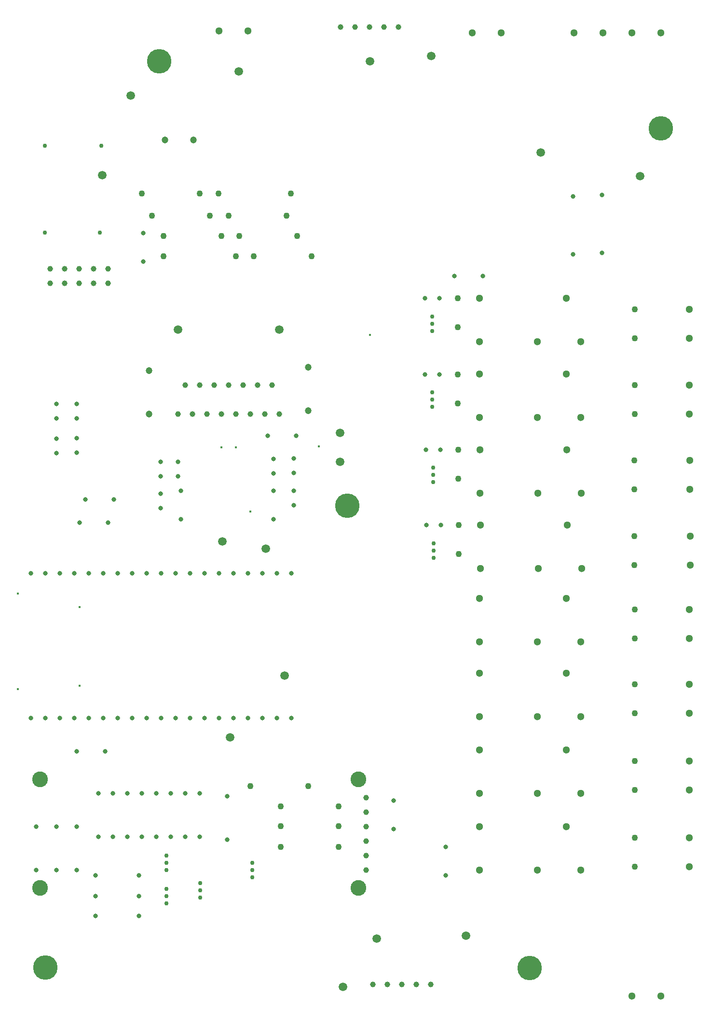
<source format=gbr>
%TF.GenerationSoftware,KiCad,Pcbnew,6.0.2-378541a8eb~116~ubuntu20.04.1*%
%TF.CreationDate,2022-03-24T19:55:36+01:00*%
%TF.ProjectId,ESP32_Platine,45535033-325f-4506-9c61-74696e652e6b,0.0.2*%
%TF.SameCoordinates,Original*%
%TF.FileFunction,Plated,1,2,PTH,Drill*%
%TF.FilePolarity,Positive*%
%FSLAX46Y46*%
G04 Gerber Fmt 4.6, Leading zero omitted, Abs format (unit mm)*
G04 Created by KiCad (PCBNEW 6.0.2-378541a8eb~116~ubuntu20.04.1) date 2022-03-24 19:55:36*
%MOMM*%
%LPD*%
G01*
G04 APERTURE LIST*
%TA.AperFunction,ViaDrill*%
%ADD10C,0.400000*%
%TD*%
%TA.AperFunction,ComponentDrill*%
%ADD11C,0.750000*%
%TD*%
%TA.AperFunction,ComponentDrill*%
%ADD12C,0.762000*%
%TD*%
%TA.AperFunction,ComponentDrill*%
%ADD13C,0.800000*%
%TD*%
%TA.AperFunction,ComponentDrill*%
%ADD14C,1.000000*%
%TD*%
%TA.AperFunction,ComponentDrill*%
%ADD15C,1.100000*%
%TD*%
%TA.AperFunction,ComponentDrill*%
%ADD16C,1.200000*%
%TD*%
%TA.AperFunction,ComponentDrill*%
%ADD17C,1.300000*%
%TD*%
%TA.AperFunction,ViaDrill*%
%ADD18C,1.500000*%
%TD*%
%TA.AperFunction,ComponentDrill*%
%ADD19C,1.500000*%
%TD*%
%TA.AperFunction,ComponentDrill*%
%ADD20C,2.760000*%
%TD*%
%TA.AperFunction,ComponentDrill*%
%ADD21C,4.300000*%
%TD*%
G04 APERTURE END LIST*
D10*
X42200000Y-150400000D03*
X42200000Y-167200000D03*
X53000000Y-152800000D03*
X53000000Y-166600000D03*
X77884000Y-124716000D03*
X80424000Y-124716000D03*
X83000000Y-136000000D03*
X95000000Y-124600000D03*
X104000000Y-105000000D03*
D11*
%TO.C,Q1201*%
X68232000Y-196344000D03*
X68232000Y-197614000D03*
X68232000Y-198884000D03*
%TO.C,Q1001*%
X68232000Y-202186000D03*
X68232000Y-203456000D03*
X68232000Y-204726000D03*
%TO.C,Q1101*%
X74180000Y-201170000D03*
X74180000Y-202440000D03*
X74180000Y-203710000D03*
%TO.C,Q901*%
X83324000Y-197614000D03*
X83324000Y-198884000D03*
X83324000Y-200154000D03*
%TO.C,Q501*%
X114915000Y-101770000D03*
X114915000Y-103040000D03*
X114915000Y-104310000D03*
%TO.C,Q601*%
X114915000Y-115105000D03*
X114915000Y-116375000D03*
X114915000Y-117645000D03*
%TO.C,Q701*%
X115021408Y-128333591D03*
X115021408Y-129603591D03*
X115021408Y-130873591D03*
%TO.C,Q801*%
X115127817Y-141562183D03*
X115127817Y-142832183D03*
X115127817Y-144102183D03*
D12*
%TO.C,U201*%
X46890000Y-71860000D03*
X46890000Y-87100000D03*
X56542000Y-87100000D03*
X56796000Y-71860000D03*
D13*
%TO.C,U301*%
X44447440Y-146814000D03*
X44450160Y-172210320D03*
%TO.C,R401*%
X45372000Y-191264000D03*
X45372000Y-198884000D03*
%TO.C,U301*%
X46987440Y-146814000D03*
X46990160Y-172210320D03*
%TO.C,R402*%
X48928000Y-191264000D03*
X48928000Y-198884000D03*
%TO.C,R302*%
X48942500Y-117139500D03*
X48942500Y-119679500D03*
%TO.C,R301*%
X48942500Y-123206500D03*
X48942500Y-125746500D03*
%TO.C,U301*%
X49527440Y-146814000D03*
X49527440Y-172214000D03*
X52067440Y-146814000D03*
X52067440Y-172214000D03*
%TO.C,R403*%
X52484000Y-191264000D03*
X52484000Y-198884000D03*
%TO.C,R304*%
X52498500Y-117110500D03*
X52498500Y-119650500D03*
%TO.C,R303*%
X52498500Y-123177500D03*
X52498500Y-125717500D03*
%TO.C,C202*%
X52524000Y-178056000D03*
%TO.C,C203*%
X53032000Y-137924000D03*
%TO.C,C201*%
X54048000Y-133860000D03*
%TO.C,U301*%
X54607440Y-146814000D03*
X54607440Y-172214000D03*
%TO.C,R1101*%
X55780000Y-206988000D03*
%TO.C,R1201*%
X55786000Y-199876000D03*
%TO.C,R1001*%
X55786000Y-203456000D03*
%TO.C,U401*%
X56309000Y-185437000D03*
X56309000Y-193057000D03*
%TO.C,U301*%
X57147440Y-146814000D03*
X57147440Y-172214000D03*
%TO.C,C202*%
X57524000Y-178056000D03*
%TO.C,C203*%
X58032000Y-137924000D03*
%TO.C,U401*%
X58849000Y-185437000D03*
X58849000Y-193057000D03*
%TO.C,C201*%
X59048000Y-133860000D03*
%TO.C,U301*%
X59687440Y-146814000D03*
X59687440Y-172214000D03*
%TO.C,U401*%
X61389000Y-185437000D03*
X61389000Y-193057000D03*
%TO.C,U301*%
X62227440Y-146814000D03*
X62227440Y-172214000D03*
%TO.C,R1101*%
X63400000Y-206988000D03*
%TO.C,R1201*%
X63406000Y-199876000D03*
%TO.C,R1001*%
X63406000Y-203456000D03*
%TO.C,U401*%
X63929000Y-185437000D03*
X63929000Y-193057000D03*
%TO.C,C1302*%
X64168000Y-87124000D03*
X64168000Y-92124000D03*
%TO.C,U301*%
X64767440Y-146814000D03*
X64767440Y-172214000D03*
%TO.C,U401*%
X66469000Y-185437000D03*
X66469000Y-193057000D03*
%TO.C,R1303*%
X67216000Y-127285000D03*
X67216000Y-129825000D03*
%TO.C,R1306*%
X67216000Y-132873000D03*
X67216000Y-135413000D03*
%TO.C,U301*%
X67307440Y-146814000D03*
X67307440Y-172214000D03*
%TO.C,U401*%
X69009000Y-185437000D03*
X69009000Y-193057000D03*
%TO.C,U301*%
X69847440Y-146814000D03*
X69847440Y-172214000D03*
%TO.C,D1309*%
X70232000Y-127256000D03*
X70232000Y-129796000D03*
%TO.C,C1304*%
X70772000Y-132347000D03*
X70772000Y-137347000D03*
%TO.C,U401*%
X71549000Y-185437000D03*
X71549000Y-193057000D03*
%TO.C,U301*%
X72387440Y-146814000D03*
X72387440Y-172214000D03*
%TO.C,U401*%
X74089000Y-185437000D03*
X74089000Y-193057000D03*
%TO.C,U301*%
X74927440Y-146814000D03*
X74927440Y-172214000D03*
X77467440Y-146814000D03*
X77467440Y-172214000D03*
%TO.C,R901*%
X78900000Y-185930000D03*
X78900000Y-193550000D03*
%TO.C,U301*%
X80007440Y-146814000D03*
X80007440Y-172214000D03*
X82547440Y-146814000D03*
X82547440Y-172214000D03*
X85087440Y-146814000D03*
X85087440Y-172214000D03*
%TO.C,C1301*%
X86012000Y-122684000D03*
%TO.C,D1310*%
X87028000Y-126748000D03*
X87028000Y-129288000D03*
%TO.C,C1305*%
X87028000Y-132376000D03*
X87028000Y-137376000D03*
%TO.C,U301*%
X87627440Y-146814000D03*
X87627440Y-172214000D03*
X90167440Y-146814000D03*
X90167440Y-172214000D03*
%TO.C,R1301*%
X90584000Y-126719000D03*
X90584000Y-129259000D03*
%TO.C,R1305*%
X90584000Y-132336000D03*
X90584000Y-134876000D03*
%TO.C,C1301*%
X91012000Y-122684000D03*
%TO.C,C204*%
X108104000Y-186708000D03*
X108104000Y-191708000D03*
%TO.C,R501*%
X113645000Y-98595000D03*
%TO.C,R601*%
X113645000Y-111930000D03*
%TO.C,R701*%
X113751408Y-125158591D03*
%TO.C,R801*%
X113857817Y-138387183D03*
%TO.C,R501*%
X116185000Y-98595000D03*
%TO.C,R601*%
X116185000Y-111930000D03*
%TO.C,R701*%
X116291408Y-125158591D03*
%TO.C,R801*%
X116397817Y-138387183D03*
%TO.C,C205*%
X117248000Y-194836000D03*
X117248000Y-199836000D03*
%TO.C,C206*%
X118812000Y-94720000D03*
X123812000Y-94720000D03*
%TO.C,JP301*%
X139600000Y-80750000D03*
X139600000Y-90910000D03*
%TO.C,JP302*%
X144680000Y-80496000D03*
X144680000Y-90656000D03*
D14*
%TO.C,J1401*%
X47840000Y-93460000D03*
X47840000Y-96000000D03*
X50380000Y-93460000D03*
X50380000Y-96000000D03*
X52920000Y-93460000D03*
X52920000Y-96000000D03*
X55460000Y-93460000D03*
X55460000Y-96000000D03*
X58000000Y-93460000D03*
X58000000Y-96000000D03*
%TO.C,U1301*%
X70264000Y-118921925D03*
X71534000Y-113841925D03*
X72804000Y-118921925D03*
X74074000Y-113841925D03*
X75344000Y-118921925D03*
X76614000Y-113841925D03*
X77884000Y-118921925D03*
X79154000Y-113841925D03*
X80424000Y-118921925D03*
X81694000Y-113841925D03*
X82964000Y-118921925D03*
X84234000Y-113841925D03*
X85504000Y-118921925D03*
X86774000Y-113841925D03*
X88044000Y-118921925D03*
%TO.C,J302*%
X98840000Y-51000000D03*
X101380000Y-51000000D03*
%TO.C,J1301*%
X103284000Y-186184000D03*
X103284000Y-188724000D03*
X103284000Y-191264000D03*
X103284000Y-193804000D03*
X103284000Y-196344000D03*
X103284000Y-198884000D03*
%TO.C,J302*%
X103920000Y-51000000D03*
%TO.C,J305*%
X104460000Y-219000000D03*
%TO.C,J302*%
X106460000Y-51000000D03*
%TO.C,J305*%
X107000000Y-219000000D03*
%TO.C,J302*%
X109000000Y-51000000D03*
%TO.C,J305*%
X109540000Y-219000000D03*
X112080000Y-219000000D03*
X114620000Y-219000000D03*
D15*
%TO.C,D1302*%
X63914000Y-80186925D03*
%TO.C,D1301*%
X65692000Y-84076000D03*
%TO.C,D1304*%
X67724000Y-87632000D03*
%TO.C,D1303*%
X67724000Y-91188000D03*
%TO.C,D1302*%
X74074000Y-80186925D03*
%TO.C,D1301*%
X75852000Y-84076000D03*
%TO.C,D1306*%
X77376000Y-80186925D03*
%TO.C,D1304*%
X77884000Y-87632000D03*
%TO.C,D1305*%
X79154000Y-84076000D03*
%TO.C,D1303*%
X80424000Y-91188000D03*
%TO.C,D1308*%
X81059000Y-87632000D03*
%TO.C,D902*%
X82964000Y-184152000D03*
%TO.C,D1307*%
X83599000Y-91188000D03*
%TO.C,D1202*%
X88292000Y-187708000D03*
%TO.C,D1102*%
X88292000Y-191240000D03*
%TO.C,D1002*%
X88292000Y-194820000D03*
%TO.C,D1305*%
X89314000Y-84076000D03*
%TO.C,D1306*%
X90076000Y-80186925D03*
%TO.C,D1308*%
X91219000Y-87632000D03*
%TO.C,D902*%
X93124000Y-184152000D03*
%TO.C,D1307*%
X93759000Y-91188000D03*
%TO.C,D1202*%
X98452000Y-187708000D03*
%TO.C,D1102*%
X98452000Y-191240000D03*
%TO.C,D1002*%
X98452000Y-194820000D03*
%TO.C,D502*%
X119360000Y-98595000D03*
X119360000Y-103675000D03*
%TO.C,D602*%
X119360000Y-111930000D03*
X119360000Y-117010000D03*
%TO.C,D702*%
X119466408Y-125158591D03*
X119466408Y-130238591D03*
%TO.C,D802*%
X119572817Y-138387183D03*
X119572817Y-143467183D03*
%TO.C,D701*%
X150348000Y-127063591D03*
X150348000Y-132143591D03*
%TO.C,D801*%
X150348000Y-140292183D03*
X150348000Y-145372183D03*
%TO.C,D1001*%
X150470000Y-166327183D03*
X150470000Y-171407183D03*
%TO.C,D1101*%
X150470000Y-179768591D03*
X150470000Y-184848591D03*
%TO.C,D501*%
X150475000Y-100500000D03*
X150475000Y-105580000D03*
%TO.C,D601*%
X150475000Y-113835000D03*
X150475000Y-118915000D03*
%TO.C,D901*%
X150475000Y-153205000D03*
X150475000Y-158285000D03*
%TO.C,D1201*%
X150475000Y-193210000D03*
X150475000Y-198290000D03*
D16*
%TO.C,R1304*%
X65184000Y-111301925D03*
X65184000Y-118921925D03*
%TO.C,C1303*%
X68000000Y-70844000D03*
X73000000Y-70844000D03*
%TO.C,R1302*%
X93124000Y-110666925D03*
X93124000Y-118286925D03*
D17*
%TO.C,J201*%
X77465000Y-51695000D03*
X82545000Y-51695000D03*
%TO.C,J303*%
X121920000Y-52000000D03*
%TO.C,K1001*%
X123180000Y-164412183D03*
X123180000Y-172032183D03*
%TO.C,K1101*%
X123180000Y-177853591D03*
X123180000Y-185473591D03*
%TO.C,K501*%
X123185000Y-98585000D03*
X123185000Y-106205000D03*
%TO.C,K601*%
X123185000Y-111920000D03*
X123185000Y-119540000D03*
%TO.C,K901*%
X123185000Y-151290000D03*
X123185000Y-158910000D03*
%TO.C,K1201*%
X123185000Y-191295000D03*
X123185000Y-198915000D03*
%TO.C,K701*%
X123291408Y-125148591D03*
X123291408Y-132768591D03*
%TO.C,K801*%
X123397817Y-138377183D03*
X123397817Y-145997183D03*
%TO.C,J303*%
X127000000Y-52000000D03*
%TO.C,K1001*%
X133340000Y-172032183D03*
%TO.C,K1101*%
X133340000Y-185473591D03*
%TO.C,K501*%
X133345000Y-106205000D03*
%TO.C,K601*%
X133345000Y-119540000D03*
%TO.C,K901*%
X133345000Y-158910000D03*
%TO.C,K1201*%
X133345000Y-198915000D03*
%TO.C,K701*%
X133451408Y-132768591D03*
%TO.C,K801*%
X133557817Y-145997183D03*
%TO.C,K1001*%
X138420000Y-164412183D03*
%TO.C,K1101*%
X138420000Y-177853591D03*
%TO.C,K501*%
X138425000Y-98585000D03*
%TO.C,K601*%
X138425000Y-111920000D03*
%TO.C,K901*%
X138425000Y-151290000D03*
%TO.C,K1201*%
X138425000Y-191295000D03*
%TO.C,K701*%
X138531408Y-125148591D03*
%TO.C,K801*%
X138637817Y-138377183D03*
%TO.C,J304*%
X139760000Y-52000000D03*
%TO.C,K1001*%
X140960000Y-172032183D03*
%TO.C,K1101*%
X140960000Y-185473591D03*
%TO.C,K501*%
X140965000Y-106205000D03*
%TO.C,K601*%
X140965000Y-119540000D03*
%TO.C,K901*%
X140965000Y-158910000D03*
%TO.C,K1201*%
X140965000Y-198915000D03*
%TO.C,K701*%
X141071408Y-132768591D03*
%TO.C,K801*%
X141177817Y-145997183D03*
%TO.C,J304*%
X144840000Y-52000000D03*
X149920000Y-52000000D03*
%TO.C,J301*%
X149920000Y-221000000D03*
%TO.C,J304*%
X155000000Y-52000000D03*
%TO.C,J301*%
X155000000Y-221000000D03*
%TO.C,J1001*%
X159995000Y-166327183D03*
X159995000Y-171407183D03*
%TO.C,J1101*%
X159995000Y-179768591D03*
X159995000Y-184848591D03*
%TO.C,J501*%
X160000000Y-100500000D03*
X160000000Y-105580000D03*
%TO.C,J601*%
X160000000Y-113835000D03*
X160000000Y-118915000D03*
%TO.C,J901*%
X160000000Y-153205000D03*
X160000000Y-158285000D03*
%TO.C,J1201*%
X160000000Y-193210000D03*
X160000000Y-198290000D03*
%TO.C,J701*%
X160106408Y-127063591D03*
X160106408Y-132143591D03*
%TO.C,J801*%
X160212817Y-140292183D03*
X160212817Y-145372183D03*
%TD*%
D18*
X57000000Y-77000000D03*
X62000000Y-63000000D03*
X78020576Y-141283645D03*
X79400000Y-175600000D03*
X80957661Y-58826476D03*
X85677220Y-142496000D03*
X89000000Y-164800000D03*
X98712000Y-122176000D03*
X98712000Y-127256000D03*
X99200000Y-219400000D03*
X104000000Y-57000000D03*
X105193282Y-210938975D03*
X114708000Y-56112000D03*
X120800000Y-210400000D03*
X133965514Y-72982264D03*
X151400000Y-77200000D03*
D19*
%TO.C,HS1301*%
X70254000Y-104089038D03*
X88054000Y-104089038D03*
D20*
%TO.C,J1301*%
X46044000Y-183009000D03*
X46044000Y-202059000D03*
X101924000Y-183009000D03*
X101924000Y-202059000D03*
D21*
%TO.C,H104*%
X47000000Y-216000000D03*
%TO.C,H103*%
X67000000Y-57000000D03*
%TO.C,H105*%
X100000000Y-135000000D03*
%TO.C,H102*%
X131980000Y-216132000D03*
%TO.C,H101*%
X155000000Y-68812000D03*
M02*

</source>
